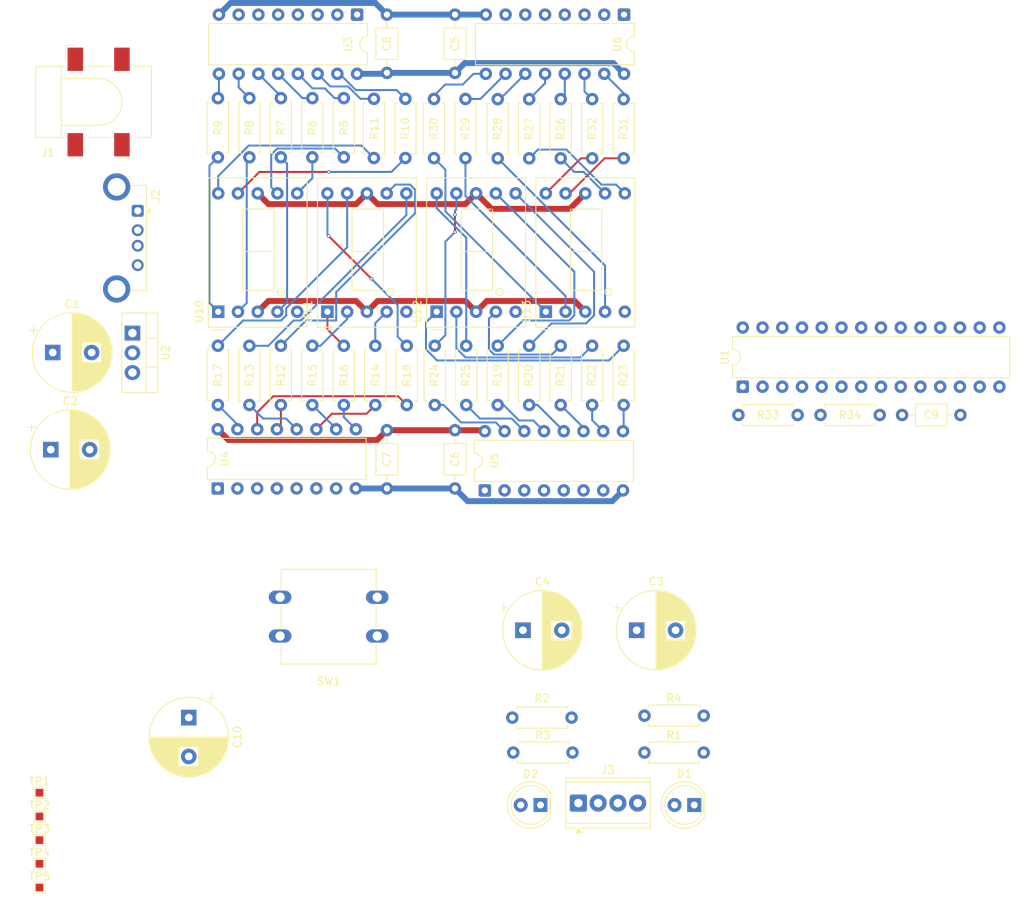
<source format=kicad_pcb>
(kicad_pcb (version 20241229) (generator "pcbnew") (generator_version "9.0")
  (layers (0 "F.Cu" signal) (2 "B.Cu" signal) (13 "F.Paste" user) (15 "B.Paste" user) (5 "F.SilkS" user "F.Silkscreen") (7 "B.SilkS" user "B.Silkscreen") (1 "F.Mask" user) (3 "B.Mask" user) (25 "Edge.Cuts" user))
  (net 0 "")
  (net 1 "GND")
  (net 2 "Net-(U2-VI)")
  (net 3 "VCC")
  (net 4 "Net-(U1-PD2)")
  (net 9 "Net-(U10-A)")
  (net 10 "Net-(U3-a)")
  (net 11 "Net-(U10-B)")
  (net 12 "Net-(U3-b)")
  (net 13 "Net-(U10-C)")
  (net 14 "Net-(U3-c)")
  (net 15 "Net-(U10-D)")
  (net 16 "Net-(U3-d)")
  (net 17 "Net-(U10-E)")
  (net 18 "Net-(U3-e)")
  (net 19 "Net-(U10-F)")
  (net 20 "Net-(U3-f)")
  (net 21 "Net-(U10-G)")
  (net 22 "Net-(U3-g)")
  (net 23 "Net-(U4-a)")
  (net 24 "Net-(U11-A)")
  (net 25 "Net-(U11-B)")
  (net 26 "Net-(U4-b)")
  (net 27 "Net-(U4-c)")
  (net 28 "Net-(U11-C)")
  (net 29 "Net-(U11-D)")
  (net 30 "Net-(U4-d)")
  (net 31 "Net-(U11-E)")
  (net 32 "Net-(U4-e)")
  (net 33 "Net-(U11-F)")
  (net 34 "Net-(U4-f)")
  (net 35 "Net-(U4-g)")
  (net 36 "Net-(U11-G)")
  (net 37 "Net-(U12-A)")
  (net 38 "Net-(U5-a)")
  (net 39 "Net-(U5-b)")
  (net 40 "Net-(U12-B)")
  (net 41 "Net-(U5-c)")
  (net 42 "Net-(U12-C)")
  (net 43 "Net-(U5-d)")
  (net 44 "Net-(U12-D)")
  (net 45 "Net-(U12-E)")
  (net 46 "Net-(U5-e)")
  (net 47 "Net-(U5-f)")
  (net 48 "Net-(U12-F)")
  (net 49 "Net-(U12-G)")
  (net 50 "Net-(U5-g)")
  (net 51 "Net-(U13-A)")
  (net 52 "Net-(U6-a)")
  (net 53 "Net-(U6-b)")
  (net 54 "Net-(U13-B)")
  (net 55 "Net-(U13-C)")
  (net 56 "Net-(U6-c)")
  (net 57 "Net-(U6-d)")
  (net 58 "Net-(U13-D)")
  (net 59 "Net-(U6-e)")
  (net 60 "Net-(U13-E)")
  (net 61 "Net-(U13-F)")
  (net 62 "Net-(U6-f)")
  (net 63 "Net-(U13-G)")
  (net 64 "Net-(U6-g)")
  (net 65 "Net-(U1-~{RESET}{slash}PC6)")
  (net 66 "/BCD_INPUT_C")
  (net 67 "Net-(U1-PC3)")
  (net 69 "/BCD_INPUT_A")
  (net 74 "/BCD_INPUT_D")
  (net 76 "Net-(U1-PC1)")
  (net 77 "Net-(U1-PC4)")
  (net 79 "Net-(U1-PC5)")
  (net 80 "Net-(U1-PC2)")
  (net 82 "/BCD_INPUT_B")
  (net 84 "Net-(U1-PC0)")
  (net 91 "Net-(D1-K)")
  (net 92 "Net-(D2-K)")
  (net 93 "Net-(D1-A)")
  (net 94 "Net-(D2-A)")
  (footprint "Resistor_THT:R_Axial_DIN0207_L6.3mm_D2.5mm_P7.62mm_Horizontal" (layer "F.Cu") (at 159.65 28.13 -90)
    (property "Reference" "R32")
    (property "Value" "91")
  )
  (footprint "Display_7Segment:D1X8K" (layer "F.Cu") (at 125.59 55.5 90)
    (property "Reference" "U11")
    (property "Value" "SC56-11SURKWA")
  )
  (footprint "footprint_library:USB_A_ASSMAN_AW" (layer "F.Cu") (at 101.1825 42.5 -90)
    (property "Reference" "J2")
    (property "Value" "USB_A")
  )
  (footprint "Resistor_THT:R_Axial_DIN0207_L6.3mm_D2.5mm_P7.62mm_Horizontal" (layer "F.Cu") (at 155.6 67.5 90)
    (property "Reference" "R21")
    (property "Value" "91")
  )
  (footprint "Capacitor_THT:C_Axial_L3.8mm_D2.6mm_P7.50mm_Horizontal" (layer "F.Cu") (at 142 17.25 -90)
    (property "Reference" "C5")
    (property "Value" "100nF")
  )
  (footprint "Package_DIP:DIP-16_W7.62mm" (layer "F.Cu") (at 129.41 17.25 -90)
    (property "Reference" "U3")
    (property "Value" "MOS_4511")
  )
  (footprint "Display_7Segment:D1X8K" (layer "F.Cu") (at 153.69 55.5 90)
    (property "Reference" "U13")
    (property "Value" "SC56-11SURKWA")
  )
  (footprint "Display_7Segment:D1X8K" (layer "F.Cu") (at 139.64 55.5 90)
    (property "Reference" "U12")
    (property "Value" "SC56-11SURKWA")
  )
  (footprint "Resistor_THT:R_Axial_DIN0207_L6.3mm_D2.5mm_P7.62mm_Horizontal" (layer "F.Cu") (at 115.55 67.5 90)
    (property "Reference" "R13")
    (property "Value" "91")
  )
  (footprint "Resistor_THT:R_Axial_DIN0207_L6.3mm_D2.5mm_P7.62mm_Horizontal" (layer "F.Cu") (at 163.7 67.5 90)
    (property "Reference" "R23")
    (property "Value" "91")
  )
  (footprint "LED_THT:LED_D5.0mm" (layer "F.Cu") (at 153 119 180)
    (property "Reference" "D2")
    (property "Value" "LED")
  )
  (footprint "Capacitor_THT:C_Axial_L3.8mm_D2.6mm_P7.50mm_Horizontal" (layer "F.Cu") (at 142 70.75 -90)
    (property "Reference" "C6")
    (property "Value" "100nF")
  )
  (footprint "Button_Switch_THT:SW_SPST_Omron_B3F-40xx" (layer "F.Cu") (at 132 97.25 180)
    (property "Reference" "SW1")
    (property "Value" "SW_Push")
  )
  (footprint "Package_TO_SOT_THT:TO-220-3_Vertical" (layer "F.Cu") (at 100.5 58.25 -90)
    (property "Reference" "U2")
    (property "Value" "LM1084-5.0")
  )
  (footprint "Resistor_THT:R_Axial_DIN0207_L6.3mm_D2.5mm_P7.62mm_Horizontal" (layer "F.Cu") (at 143.45 67.5 90)
    (property "Reference" "R25")
    (property "Value" "91")
  )
  (footprint "LED_THT:LED_D5.0mm" (layer "F.Cu") (at 172.79 119 180)
    (property "Reference" "D1")
    (property "Value" "LED")
  )
  (footprint "Resistor_THT:R_Axial_DIN0207_L6.3mm_D2.5mm_P7.62mm_Horizontal" (layer "F.Cu") (at 131.57 28.09 -90)
    (property "Reference" "R11")
    (property "Value" "91")
  )
  (footprint "Package_DIP:DIP-16_W7.62mm" (layer "F.Cu") (at 163.75 17.25 -90)
    (property "Reference" "U6")
    (property "Value" "MOS_4511")
  )
  (footprint "TestPoint:TestPoint_Pad_1.0x1.0mm" (layer "F.Cu") (at 88.54 123.52)
    (property "Reference" "TP3")
    (property "Value" "TestPointI1")
  )
  (footprint "Resistor_THT:R_Axial_DIN0207_L6.3mm_D2.5mm_P7.62mm_Horizontal" (layer "F.Cu") (at 115.55 28 -90)
    (property "Reference" "R8")
    (property "Value" "91")
  )
  (footprint "Capacitor_THT:CP_Radial_D10.0mm_P5.00mm" (layer "F.Cu") (at 107.75 107.75 -90)
    (property "Reference" "C10")
    (property "Value" "10uF")
  )
  (footprint "Resistor_THT:R_Axial_DIN0207_L6.3mm_D2.5mm_P7.62mm_Horizontal" (layer "F.Cu") (at 147.5 67.5 90)
    (property "Reference" "R19")
    (property "Value" "91")
  )
  (footprint "TestPoint:TestPoint_Pad_1.0x1.0mm" (layer "F.Cu") (at 88.54 129.62)
    (property "Reference" "TP5")
    (property "Value" "TestPointRST")
  )
  (footprint "Resistor_THT:R_Axial_DIN0207_L6.3mm_D2.5mm_P7.62mm_Horizontal" (layer "F.Cu") (at 155.6 28.13 -90)
    (property "Reference" "R26")
    (property "Value" "91")
  )
  (footprint "Resistor_THT:R_Axial_DIN0207_L6.3mm_D2.5mm_P7.62mm_Horizontal" (layer "F.Cu") (at 151.55 28.13 -90)
    (property "Reference" "R27")
    (property "Value" "91")
  )
  (footprint "Resistor_THT:R_Axial_DIN0207_L6.3mm_D2.5mm_P7.62mm_Horizontal" (layer "F.Cu") (at 189.03 68.79)
    (property "Reference" "R34")
    (property "Value" "10k")
  )
  (footprint "Resistor_THT:R_Axial_DIN0207_L6.3mm_D2.5mm_P7.62mm_Horizontal" (layer "F.Cu") (at 127.7 28 -90)
    (property "Reference" "R5")
    (property "Value" "91")
  )
  (footprint "TestPoint:TestPoint_Pad_1.0x1.0mm" (layer "F.Cu") (at 88.54 117.42)
    (property "Reference" "TP1")
    (property "Value" "TestPointVCC")
  )
  (footprint "Resistor_THT:R_Axial_DIN0207_L6.3mm_D2.5mm_P7.62mm_Horizontal" (layer "F.Cu") (at 139.4 67.5 90)
    (property "Reference" "R24")
    (property "Value" "91")
  )
  (footprint "Resistor_THT:R_Axial_DIN0207_L6.3mm_D2.5mm_P7.62mm_Horizontal" (layer "F.Cu") (at 147.5 28.13 -90)
    (property "Reference" "R28")
    (property "Value" "91")
  )
  (footprint "TerminalBlock_Phoenix:TerminalBlock_Phoenix_MPT-0,5-4-2.54_1x04_P2.54mm_Horizontal" (layer "F.Cu") (at 157.88 118.75)
    (property "Reference" "J3")
    (property "Value" "Screw_Terminal_01x04")
  )
  (footprint "Capacitor_THT:C_Axial_L3.8mm_D2.6mm_P7.50mm_Horizontal" (layer "F.Cu") (at 133.25 24.75 90)
    (property "Reference" "C8")
    (property "Value" "100nF")
  )
  (footprint "Resistor_THT:R_Axial_DIN0207_L6.3mm_D2.5mm_P7.62mm_Horizontal" (layer "F.Cu") (at 135.62 28.09 -90)
    (property "Reference" "R10")
    (property "Value" "91")
  )
  (footprint "Resistor_THT:R_Axial_DIN0207_L6.3mm_D2.5mm_P7.62mm_Horizontal" (layer "F.Cu") (at 135.8 67.5 90)
    (property "Reference" "R18")
    (property "Value" "91")
  )
  (footprint "Resistor_THT:R_Axial_DIN0207_L6.3mm_D2.5mm_P7.62mm_Horizontal" (layer "F.Cu") (at 163.7 28.13 -90)
    (property "Reference" "R31")
    (property "Value" "91")
  )
  (footprint "Resistor_THT:R_Axial_DIN0207_L6.3mm_D2.5mm_P7.62mm_Horizontal" (layer "F.Cu") (at 123.65 28 -90)
    (property "Reference" "R6")
    (property "Value" "91")
  )
  (footprint "Capacitor_THT:C_Axial_L3.8mm_D2.6mm_P7.50mm_Horizontal" (layer "F.Cu") (at 133.25 70.75 -90)
    (property "Reference" "C7")
    (property "Value" "100nF")
  )
  (footprint "Package_DIP:DIP-16_W7.62mm" (layer "F.Cu") (at 111.47 78.25 90)
    (property "Reference" "U4")
    (property "Value" "MOS_4511")
  )
  (footprint "Resistor_THT:R_Axial_DIN0207_L6.3mm_D2.5mm_P7.62mm_Horizontal" (layer "F.Cu") (at 157 107.75 180)
    (property "Reference" "R2")
    (property "Value" "10k")
  )
  (footprint "Capacitor_THT:CP_Radial_D10.0mm_P5.00mm" (layer "F.Cu") (at 150.75 96.5)
    (property "Reference" "C4")
    (property "Value" "10uF")
  )
  (footprint "Resistor_THT:R_Axial_DIN0207_L6.3mm_D2.5mm_P7.62mm_Horizontal" (layer "F.Cu") (at 131.75 67.5 90)
    (property "Reference" "R14")
    (property "Value" "91")
  )
  (footprint "Capacitor_THT:CP_Radial_D10.0mm_P5.00mm" (layer "F.Cu") (at 90 73.25)
    (property "Reference" "C2")
    (property "Value" "10uF")
  )
  (footprint "Capacitor_THT:CP_Radial_D10.0mm_P5.00mm" (layer "F.Cu") (at 165.382323 96.5)
    (property "Reference" "C3")
    (property "Value" "10uF")
  )
  (footprint "Resistor_THT:R_Axial_DIN0207_L6.3mm_D2.5mm_P7.62mm_Horizontal" (layer "F.Cu") (at 159.65 67.5 90)
    (property "Reference" "R22")
    (property "Value" "91")
  )
  (footprint "Resistor_THT:R_Axial_DIN0207_L6.3mm_D2.5mm_P7.62mm_Horizontal" (layer "F.Cu") (at 119.6 28 -90)
    (property "Reference" "R7")
    (property "Value" "91")
  )
  (footprint "Capacitor_THT:CP_Radial_D10.0mm_P5.00mm" (layer "F.Cu") (at 90.25 60.75)
    (property "Reference" "C1")
    (property "Value" "10uF")
  )
  (footprint "TestPoint:TestPoint_Pad_1.0x1.0mm" (layer "F.Cu") (at 88.54 120.47)
    (property "Reference" "TP2")
    (property "Value" "TestPointI0")
  )
  (footprint "Resistor_THT:R_Axial_DIN0207_L6.3mm_D2.5mm_P7.62mm_Horizontal" (layer "F.Cu") (at 123.65 67.5 90)
    (property "Reference" "R15")
    (property "Value" "91")
  )
  (footprint "Resistor_THT:R_Axial_DIN0207_L6.3mm_D2.5mm_P7.62mm_Horizontal" (layer "F.Cu") (at 151.55 67.5 90)
    (property "Reference" "R20")
    (property "Value" "91")
  )
  (footprint "Resistor_THT:R_Axial_DIN0207_L6.3mm_D2.5mm_P7.62mm_Horizontal" (layer "F.Cu") (at 178.47 68.79)
    (property "Reference" "R33")
    (property "Value" "10k")
  )
  (footprint "TestPoint:TestPoint_Pad_1.0x1.0mm" (layer "F.Cu") (at 88.54 126.57)
    (property "Reference" "TP4")
    (property "Value" "TestPointGND")
  )
  (footprint "Resistor_THT:R_Axial_DIN0207_L6.3mm_D2.5mm_P7.62mm_Horizontal" (layer "F.Cu") (at 139.3 28.11 -90)
    (property "Reference" "R30")
    (property "Value" "91")
  )
  (footprint "Package_DIP:DIP-16_W7.62mm" (layer "F.Cu") (at 145.84 78.5 90)
    (property "Reference" "U5")
    (property "Value" "MOS_4511")
  )
  (footprint "Display_7Segment:D1X8K" (layer "F.Cu") (at 111.54 55.5 90)
    (property "Reference" "U10")
    (property "Value" "SC56-11SURKWA")
  )
  (footprint "Resistor_THT:R_Axial_DIN0207_L6.3mm_D2.5mm_P7.62mm_Horizontal" (layer "F.Cu") (at 157.12 112.25 180)
    (property "Reference" "R3")
    (property "Value" "220")
  )
  (footprint "Package_DIP:DIP-28_W7.62mm" (layer "F.Cu") (at 179.03 65.15 90)
    (property "Reference" "U1")
    (property "Value" "ATmega168-20P")
  )
  (footprint "Resistor_THT:R_Axial_DIN0207_L6.3mm_D2.5mm_P7.62mm_Horizontal" (layer "F.Cu") (at 111.5 67.5 90)
    (property "Reference" "R17")
    (property "Value" "91")
  )
  (footprint "Capacitor_THT:C_Axial_L3.8mm_D2.6mm_P7.50mm_Horizontal" (layer "F.Cu") (at 199.53 68.79)
    (property "Reference" "C9")
    (property "Value" "100nF")
  )
  (footprint "footprint_library:BarrelJack_CLIFF_FC68148S_SMT_Horizontal" (layer "F.Cu") (at 96.15 28.5)
    (property "Reference" "J1")
    (property "Value" "Barrel_Jack")
  )
  (footprint "Resistor_THT:R_Axial_DIN0207_L6.3mm_D2.5mm_P7.62mm_Horizontal" (layer "F.Cu") (at 174 107.5 180)
    (property "Reference" "R4")
    (property "Value" "10k")
  )
  (footprint "Resistor_THT:R_Axial_DIN0207_L6.3mm_D2.5mm_P7.62mm_Horizontal" (layer "F.Cu") (at 143.35 28.11 -90)
    (property "Reference" "R29")
    (property "Value" "91")
  )
  (footprint "Resistor_THT:R_Axial_DIN0207_L6.3mm_D2.5mm_P7.62mm_Horizontal" (layer "F.Cu") (at 119.6 67.5 90)
    (property "Reference" "R12")
    (property "Value" "91")
  )
  (footprint "Resistor_THT:R_Axial_DIN0207_L6.3mm_D2.5mm_P7.62mm_Horizontal" (layer "F.Cu") (at 174 112.25 180)
    (property "Reference" "R1")
    (property "Value" "220")
  )
  (footprint "Resistor_THT:R_Axial_DIN0207_L6.3mm_D2.5mm_P7.62mm_Horizontal" (layer "F.Cu") (at 127.7 67.5 90)
    (property "Reference" "R16")
    (property "Value" "91")
  )
  (footprint "Resistor_THT:R_Axial_DIN0207_L6.3mm_D2.5mm_P7.62mm_Horizontal" (layer "F.Cu") (at 111.5 28 -90)
    (property "Reference" "R9")
    (property "Value" "91")
  )
  (segment (start 146.102 54.118) (end 144.72 55.5) (width 0.762) (layer "F.Cu") (net 1))
  (segment (start 144.72 55.5) (end 143.338 54.118) (width 0.762) (layer "F.Cu") (net 1))
  (segment (start 157.388 54.118) (end 146.102 54.118) (width 0.762) (layer "F.Cu") (net 1))
  (segment (start 144.72 40.26) (end 146.71 42.25) (width 0.762) (layer "F.Cu") (net 1))
  (segment (start 129.288 54.118) (end 118.002 54.118) (width 0.762) (layer "F.Cu") (net 1))
  (segment (start 143.338 41.642) (end 144.72 40.26) (width 0.762) (layer "F.Cu") (net 1))
  (segment (start 116.62 40.26) (end 118.002 41.642) (width 0.762) (layer "F.Cu") (net 1))
  (segment (start 156.78 42.25) (end 158.77 40.26) (width 0.762) (layer "F.Cu") (net 1))
  (segment (start 130.67 40.26) (end 132.052 41.642) (width 0.762) (layer "F.Cu") (net 1))
  (segment (start 158.77 55.5) (end 157.388 54.118) (width 0.762) (layer "F.Cu") (net 1))
  (segment (start 118.002 41.642) (end 129.288 41.642) (width 0.762) (layer "F.Cu") (net 1))
  (segment (start 129.288 41.642) (end 130.67 40.26) (width 0.762) (layer "F.Cu") (net 1))
  (segment (start 118.002 54.118) (end 116.62 55.5) (width 0.762) (layer "F.Cu") (net 1))
  (segment (start 146.71 42.25) (end 156.78 42.25) (width 0.762) (layer "F.Cu") (net 1))
  (segment (start 130.67 55.5) (end 129.288 54.118) (width 0.762) (layer "F.Cu") (net 1))
  (segment (start 132.052 41.642) (end 143.338 41.642) (width 0.762) (layer "F.Cu") (net 1))
  (segment (start 143.338 54.118) (end 132.052 54.118) (width 0.762) (layer "F.Cu") (net 1))
  (segment (start 132.052 54.118) (end 130.67 55.5) (width 0.762) (layer "F.Cu") (net 1))
  (segment (start 162.238 79.882) (end 163.62 78.5) (width 0.762) (layer "B.Cu") (net 1))
  (segment (start 133.25 78.25) (end 129.25 78.25) (width 0.762) (layer "B.Cu") (net 1))
  (segment (start 142 17.25) (end 133.25 17.25) (width 0.762) (layer "B.Cu") (net 1))
  (segment (start 143.632 79.882) (end 162.238 79.882) (width 0.762) (layer "B.Cu") (net 1))
  (segment (start 131.75 15.75) (end 113.13 15.75) (width 0.762) (layer "B.Cu") (net 1))
  (segment (start 113.13 15.75) (end 111.63 17.25) (width 0.762) (layer "B.Cu") (net 1))
  (segment (start 142 78.25) (end 143.632 79.882) (width 0.762) (layer "B.Cu") (net 1))
  (segment (start 142 78.25) (end 133.25 78.25) (width 0.762) (layer "B.Cu") (net 1))
  (segment (start 142 17.25) (end 145.97 17.25) (width 0.762) (layer "B.Cu") (net 1))
  (segment (start 133.25 17.25) (end 131.75 15.75) (width 0.762) (layer "B.Cu") (net 1))
  (segment (start 145.71 70.75) (end 145.84 70.88) (width 0.762) (layer "F.Cu") (net 3))
  (segment (start 142 70.75) (end 145.71 70.75) (width 0.762) (layer "F.Cu") (net 3))
  (segment (start 133.25 70.75) (end 131.988 72.012) (width 0.762) (layer "F.Cu") (net 3))
  (segment (start 112.852 72.012) (end 111.47 70.63) (width 0.762) (layer "F.Cu") (net 3))
  (segment (start 131.988 72.012) (end 112.852 72.012) (width 0.762) (layer "F.Cu") (net 3))
  (segment (start 133.25 70.75) (end 142 70.75) (width 0.762) (layer "F.Cu") (net 3))
  (segment (start 162.368 23.488) (end 143.262 23.488) (width 0.762) (layer "B.Cu") (net 3))
  (segment (start 143.262 23.488) (end 142 24.75) (width 0.762) (layer "B.Cu") (net 3))
  (segment (start 129.41 24.87) (end 133.13 24.87) (width 0.762) (layer "B.Cu") (net 3))
  (segment (start 163.75 24.87) (end 162.368 23.488) (width 0.762) (layer "B.Cu") (net 3))
  (segment (start 133.13 24.87) (end 133.25 24.75) (width 0.762) (layer "B.Cu") (net 3))
  (segment (start 133.25 24.75) (end 142 24.75) (width 0.762) (layer "B.Cu") (net 3))
  (segment (start 118.360001 39.460001) (end 119.16 40.26) (width 0.254) (layer "B.Cu") (net 9))
  (segment (start 119.132767 34.492) (end 118.360001 35.264766) (width 0.254) (layer "B.Cu") (net 9))
  (segment (start 126.572 34.492) (end 119.132767 34.492) (width 0.254) (layer "B.Cu") (net 9))
  (segment (start 127.7 35.62) (end 126.572 34.492) (width 0.254) (layer "B.Cu") (net 9))
  (segment (start 118.360001 35.264766) (end 118.360001 39.460001) (width 0.254) (layer "B.Cu") (net 9))
  (segment (start 121.79 24.87) (end 123.67 26.75) (width 0.254) (layer "B.Cu") (net 10))
  (segment (start 125.25 26.75) (end 126.5 28) (width 0.254) (layer "B.Cu") (net 10))
  (segment (start 126.5 28) (end 127.7 28) (width 0.254) (layer "B.Cu") (net 10))
  (segment (start 123.67 26.75) (end 125.25 26.75) (width 0.254) (layer "B.Cu") (net 10))
  (segment (start 123.65 35.62) (end 123.65 38.31) (width 0.254) (layer "B.Cu") (net 11))
  (segment (start 123.65 38.31) (end 121.7 40.26) (width 0.254) (layer "B.Cu") (net 11))
  (segment (start 122.38 28) (end 123.65 28) (width 0.254) (layer "B.Cu") (net 12))
  (segment (start 119.25 24.87) (end 122.38 28) (width 0.254) (layer "B.Cu") (net 12))
  (segment (start 119.6 35.62) (end 120.399999 36.419999) (width 0.254) (layer "B.Cu") (net 13))
  (segment (start 120.399999 36.419999) (end 120.399999 54.260001) (width 0.254) (layer "B.Cu") (net 13))
  (segment (start 120.399999 54.260001) (end 119.16 55.5) (width 0.254) (layer "B.Cu") (net 13))
  (segment (start 119.6 27.76) (end 119.6 28) (width 0.2) (layer "F.Cu") (net 14))
  (segment (start 116.71 24.87) (end 119.6 27.76) (width 0.254) (layer "B.Cu") (net 14))
  (segment (start 119.6 27.76) (end 119.6 28) (width 0.254) (layer "B.Cu") (net 14))
  (segment (start 115.208 35.962) (end 115.208 54.372) (width 0.254) (layer "B.Cu") (net 15))
  (segment (start 115.55 35.62) (end 115.208 35.962) (width 0.254) (layer "B.Cu") (net 15))
  (segment (start 115.208 54.372) (end 114.08 55.5) (width 0.254) (layer "B.Cu") (net 15))
  (segment (start 114.17 26.62) (end 115.55 28) (width 0.254) (layer "B.Cu") (net 16))
  (segment (start 114.17 24.87) (end 114.17 26.62) (width 0.254) (layer "B.Cu") (net 16))
  (segment (start 110.412 54.372) (end 111.54 55.5) (width 0.254) (layer "B.Cu") (net 17))
  (segment (start 111.5 35.62) (end 110.412 36.708) (width 0.254) (layer "B.Cu") (net 17))
  (segment (start 110.412 36.708) (end 110.412 54.372) (width 0.254) (layer "B.Cu") (net 17))
  (segment (start 111.63 27.87) (end 111.5 28) (width 0.2) (layer "F.Cu") (net 18))
  (segment (start 111.63 27.87) (end 111.5 28) (width 0.254) (layer "B.Cu") (net 18))
  (segment (start 111.63 24.87) (end 111.63 27.87) (width 0.254) (layer "B.Cu") (net 18))
  (segment (start 125.75 37.5) (end 116.84 37.5) (width 0.254) (layer "F.Cu") (net 19))
  (segment (start 116.84 37.5) (end 114.08 40.26) (width 0.254) (layer "F.Cu") (net 19))
  (via (at 125.75 37.5) (size 0.4572) (drill 0.254) (layers "F.Cu" "B.Cu") (net 19))
  (segment (start 135.62 35.71) (end 133.83 37.5) (width 0.254) (layer "B.Cu") (net 19))
  (segment (start 133.83 37.5) (end 125.75 37.5) (width 0.254) (layer "B.Cu") (net 19))
  (segment (start 126.87 24.87) (end 127.16023 24.87) (width 0.254) (layer "B.Cu") (net 20))
  (segment (start 127.16023 24.87) (end 129.25223 26.962) (width 0.254) (layer "B.Cu") (net 20))
  (segment (start 129.25223 26.962) (end 134.492 26.962) (width 0.254) (layer "B.Cu") (net 20))
  (segment (start 134.492 26.962) (end 135.62 28.09) (width 0.254) (layer "B.Cu") (net 20))
  (segment (start 115.464767 34.11) (end 111.54 38.034767) (width 0.254) (layer "B.Cu") (net 21))
  (segment (start 111.54 38.034767) (end 111.54 40.26) (width 0.254) (layer "B.Cu") (net 21))
  (segment (start 131.57 35.71) (end 129.97 34.11) (width 0.254) (layer "B.Cu") (net 21))
  (segment (start 129.97 34.11) (end 115.464767 34.11) (width 0.254) (layer "B.Cu") (net 21))
  (segment (start 129.84 28.09) (end 131.57 28.09) (width 0.254) (layer "B.Cu") (net 22))
  (segment (start 124.33 24.87) (end 125.96 26.5) (width 0.254) (layer "B.Cu") (net 22))
  (segment (start 128.25 26.5) (end 129.84 28.09) (width 0.254) (layer "B.Cu") (net 22))
  (segment (start 125.96 26.5) (end 128.25 26.5) (width 0.254) (layer "B.Cu") (net 22))
  (segment (start 119.6 70.12) (end 119.09 70.63) (width 0.254) (layer "F.Cu") (net 23))
  (segment (start 119.6 67.5) (end 119.6 70.12) (width 0.254) (layer "F.Cu") (net 23))
  (segment (start 122.852 56.628) (end 126.718 56.628) (width 0.254) (layer "B.Cu") (net 24))
  (segment (start 136.217233 39.132) (end 134.338 39.132) (width 0.254) (layer "B.Cu") (net 24))
  (segment (start 136.878 42.808) (end 136.878 39.792767) (width 0.254) (layer "B.Cu") (net 24))
  (segment (start 126.718 52.968) (end 136.878 42.808) (width 0.254) (layer "B.Cu") (net 24))
  (segment (start 136.878 39.792767) (end 136.217233 39.132) (width 0.254) (layer "B.Cu") (net 24))
  (segment (start 134.338 39.132) (end 133.21 40.26) (width 0.254) (layer "B.Cu") (net 24))
  (segment (start 126.718 56.628) (end 126.718 52.968) (width 0.254) (layer "B.Cu") (net 24))
  (segment (start 119.6 59.88) (end 122.852 56.628) (width 0.254) (layer "B.Cu") (net 24))
  (segment (start 115.55 59.88) (end 117.980767 59.88) (width 0.254) (layer "B.Cu") (net 25))
  (segment (start 117.980767 59.88) (end 121.232767 56.628) (width 0.254) (layer "B.Cu") (net 25))
  (segment (start 122.167233 56.628) (end 135.75 43.045233) (width 0.254) (layer "B.Cu") (net 25))
  (segment (start 135.75 43.045233) (end 135.75 40.26) (width 0.254) (layer "B.Cu") (net 25))
  (segment (start 121.232767 56.628) (end 122.167233 56.628) (width 0.254) (layer "B.Cu") (net 25))
  (segment (start 115.55 67.5) (end 117.3 69.25) (width 0.254) (layer "B.Cu") (net 26))
  (segment (start 120.25 69.25) (end 121.63 70.63) (width 0.254) (layer "B.Cu") (net 26))
  (segment (start 117.3 69.25) (end 120.25 69.25) (width 0.254) (layer "B.Cu") (net 26))
  (segment (start 130.622 68.628) (end 126.172 68.628) (width 0.254) (layer "F.Cu") (net 27))
  (segment (start 131.75 67.5) (end 130.622 68.628) (width 0.254) (layer "F.Cu") (net 27))
  (segment (start 126.172 68.628) (end 124.17 70.63) (width 0.254) (layer "F.Cu") (net 27))
  (segment (start 131.75 56.96) (end 133.21 55.5) (width 0.254) (layer "B.Cu") (net 28))
  (segment (start 131.75 59.88) (end 131.75 56.96) (width 0.254) (layer "B.Cu") (net 28))
  (segment (start 123.65 59.88) (end 124.694767 59.88) (width 0.254) (layer "B.Cu") (net 29))
  (segment (start 128.13 56.444767) (end 128.13 55.5) (width 0.254) (layer "B.Cu") (net 29))
  (segment (start 124.694767 59.88) (end 128.13 56.444767) (width 0.254) (layer "B.Cu") (net 29))
  (segment (start 123.65 67.5) (end 126.71 70.56) (width 0.254) (layer "B.Cu") (net 30))
  (segment (start 126.71 70.56) (end 126.71 70.63) (width 0.254) (layer "B.Cu") (net 30))
  (segment (start 125.59 55.5) (end 125.59 57.77) (width 0.254) (layer "F.Cu") (net 31))
  (segment (start 125.59 57.77) (end 127.7 59.88) (width 0.254) (layer "F.Cu") (net 31))
  (segment (start 127.7 69.08) (end 129.25 70.63) (width 0.254) (layer "B.Cu") (net 32))
  (segment (start 127.7 67.5) (end 127.7 69.08) (width 0.254) (layer "B.Cu") (net 32))
  (segment (start 114.752 56.628) (end 119.627233 56.628) (width 0.254) (layer "B.Cu") (net 33))
  (segment (start 120.288 55.032767) (end 128.13 47.190767) (width 0.254) (layer "B.Cu") (net 33))
  (segment (start 128.13 47.190767) (end 128.13 40.26) (width 0.254) (layer "B.Cu") (net 33))
  (segment (start 111.5 59.88) (end 114.752 56.628) (width 0.254) (layer "B.Cu") (net 33))
  (segment (start 120.288 55.967233) (end 120.288 55.032767) (width 0.254) (layer "B.Cu") (net 33))
  (segment (start 119.627233 56.628) (end 120.288 55.967233) (width 0.254) (layer "B.Cu") (net 33))
  (segment (start 114.01 70.01) (end 114.01 70.63) (width 0.254) (layer "B.Cu") (net 34))
  (segment (start 111.5 67.5) (end 114.01 70.01) (width 0.254) (layer "B.Cu") (net 34))
  (segment (start 118.628 66.372) (end 116.55 68.45) (width 0.254) (layer "F.Cu") (net 35))
  (segment (start 116.55 68.45) (end 116.55 70.63) (width 0.254) (layer "F.Cu") (net 35))
  (segment (start 135.8 67.5) (end 134.672 66.372) (width 0.254) (layer "F.Cu") (net 35))
  (segment (start 134.672 66.372) (end 118.628 66.372) (width 0.254) (layer "F.Cu") (net 35))
  (segment (start 131.25 51.25) (end 125.75 45.75) (width 0.254) (layer "F.Cu") (net 36))
  (via (at 131.25 51.25) (size 0.4572) (drill 0.254) (layers "F.Cu" "B.Cu") (net 36))
  (via (at 125.75 45.75) (size 0.4572) (drill 0.254) (layers "F.Cu" "B.Cu") (net 36))
  (segment (start 125.59 45.59) (end 125.59 40.26) (width 0.254) (layer "B.Cu") (net 36))
  (segment (start 134.622 58.702) (end 134.622 54.622) (width 0.254) (layer "B.Cu") (net 36))
  (segment (start 125.75 45.75) (end 125.59 45.59) (width 0.254) (layer "B.Cu") (net 36))
  (segment (start 135.8 59.88) (end 134.622 58.702) (width 0.254) (layer "B.Cu") (net 36))
  (segment (start 134.622 54.622) (end 131.25 51.25) (width 0.254) (layer "B.Cu") (net 36))
  (segment (start 147.5 59.88) (end 150.752 56.628) (width 0.254) (layer "B.Cu") (net 37))
  (segment (start 150.752 56.628) (end 156.697233 56.628) (width 0.254) (layer "B.Cu") (net 37))
  (segment (start 157.358 55.967233) (end 157.358 50.358) (width 0.254) (layer "B.Cu") (net 37))
  (segment (start 157.358 50.358) (end 147.26 40.26) (width 0.254) (layer "B.Cu") (net 37))
  (segment (start 156.697233 56.628) (end 157.358 55.967233) (width 0.254) (layer "B.Cu") (net 37))
  (segment (start 147.5 67.5) (end 148.25 67.5) (width 0.254) (layer "B.Cu") (net 38))
  (segment (start 150.25 69.5) (end 152.08 69.5) (width 0.254) (layer "B.Cu") (net 38))
  (segment (start 152.08 69.5) (end 153.46 70.88) (width 0.254) (layer "B.Cu") (net 38))
  (segment (start 148.25 67.5) (end 150.25 69.5) (width 0.254) (layer "B.Cu") (net 38))
  (segment (start 152.62 67.5) (end 156 70.88) (width 0.254) (layer "B.Cu") (net 39))
  (segment (start 151.55 67.5) (end 152.62 67.5) (width 0.254) (layer "B.Cu") (net 39))
  (segment (start 151.55 59.88) (end 154.42 57.01) (width 0.254) (layer "B.Cu") (net 40))
  (segment (start 154.42 57.01) (end 158.855233 57.01) (width 0.254) (layer "B.Cu") (net 40))
  (segment (start 159.898 55.967233) (end 159.898 50.358) (width 0.254) (layer "B.Cu") (net 40))
  (segment (start 158.855233 57.01) (end 159.898 55.967233) (width 0.254) (layer "B.Cu") (net 40))
  (segment (start 159.898 50.358) (end 149.8 40.26) (width 0.254) (layer "B.Cu") (net 40))
  (segment (start 158.54 70.44) (end 158.54 70.88) (width 0.254) (layer "B.Cu") (net 41))
  (segment (start 155.6 67.5) (end 158.54 70.44) (width 0.254) (layer "B.Cu") (net 41))
  (segment (start 155.6 59.88) (end 154.472 61.008) (width 0.254) (layer "B.Cu") (net 42))
  (segment (start 147.032767 61.008) (end 146.372 60.347233) (width 0.254) (layer "B.Cu") (net 42))
  (segment (start 146.372 56.388) (end 147.26 55.5) (width 0.254) (layer "B.Cu") (net 42))
  (segment (start 146.372 60.347233) (end 146.372 56.388) (width 0.254) (layer "B.Cu") (net 42))
  (segment (start 154.472 61.008) (end 147.032767 61.008) (width 0.254) (layer "B.Cu") (net 42))
  (segment (start 159.65 67.5) (end 159.65 69.45) (width 0.254) (layer "B.Cu") (net 43))
  (segment (start 159.65 69.45) (end 161.08 70.88) (width 0.254) (layer "B.Cu") (net 43))
  (segment (start 158.14 61.39) (end 143.364767 61.39) (width 0.254) (layer "B.Cu") (net 44))
  (segment (start 142.18 60.205233) (end 142.18 55.5) (width 0.254) (layer "B.Cu") (net 44))
  (segment (start 159.65 59.88) (end 158.14 61.39) (width 0.254) (layer "B.Cu") (net 44))
  (segment (start 143.364767 61.39) (end 142.18 60.205233) (width 0.254) (layer "B.Cu") (net 44))
  (segment (start 139.696767 61.772) (end 138.272 60.347233) (width 0.254) (layer "B.Cu") (net 45))
  (segment (start 163.7 59.88) (end 161.808 61.772) (width 0.254) (layer "B.Cu") (net 45))
  (segment (start 138.272 56.868) (end 139.64 55.5) (width 0.254) (layer "B.Cu") (net 45))
  (segment (start 138.272 60.347233) (end 138.272 56.868) (width 0.254) (layer "B.Cu") (net 45))
  (segment (start 161.808 61.772) (end 139.696767 61.772) (width 0.254) (layer "B.Cu") (net 45))
  (segment (start 163.7 67.5) (end 163.7 70.8) (width 0.254) (layer "B.Cu") (net 46))
  (segment (start 163.7 70.8) (end 163.62 70.88) (width 0.254) (layer "B.Cu") (net 46))
  (segment (start 147.252 69.752) (end 148.38 70.88) (width 0.254) (layer "B.Cu") (net 47))
  (segment (start 142.78337 69.752) (end 147.252 69.752) (width 0.254) (layer "B.Cu") (net 47))
  (segment (start 139.4 67.5) (end 140.53137 67.5) (width 0.254) (layer "B.Cu") (net 47))
  (segment (start 140.53137 67.5) (end 142.78337 69.752) (width 0.254) (layer "B.Cu") (net 47))
  (segment (start 142 45.25) (end 142 43) (width 0.254) (layer "F.Cu") (net 48))
  (via (at 142 45.25) (size 0.4572) (drill 0.254) (layers "F.Cu" "B.Cu") (net 48))
  (via (at 142 43) (size 0.4572) (drill 0.254) (layers "F.Cu" "B.Cu") (net 48))
  (segment (start 140.768 58.512) (end 140.768 46.482) (width 0.254) (layer "B.Cu") (net 48))
  (segment (start 142 43) (end 142 42.5) (width 0.254) (layer "B.Cu") (net 48))
  (segment (start 139.4 59.88) (end 140.768 58.512) (width 0.254) (layer "B.Cu") (net 48))
  (segment (start 142 42.5) (end 142.18 42.32) (width 0.254) (layer "B.Cu") (net 48))
  (segment (start 142.18 42.32) (end 142.18 40.26) (width 0.254) (layer "B.Cu") (net 48))
  (segment (start 140.768 46.482) (end 142 45.25) (width 0.254) (layer "B.Cu") (net 48))
  (segment (start 143.45 59.88) (end 143.45 45.980165) (width 0.254) (layer "B.Cu") (net 49))
  (segment (start 143.45 45.980165) (end 139.64 42.170165) (width 0.254) (layer "B.Cu") (net 49))
  (segment (start 139.64 42.170165) (end 139.64 40.26) (width 0.254) (layer "B.Cu") (net 49))
  (segment (start 149.29 69.25) (end 150.92 70.88) (width 0.254) (layer "B.Cu") (net 50))
  (segment (start 145.2 69.25) (end 149.29 69.25) (width 0.254) (layer "B.Cu") (net 50))
  (segment (start 143.45 67.5) (end 145.2 69.25) (width 0.254) (layer "B.Cu") (net 50))
  (segment (start 158.55 37.5) (end 161.31 40.26) (width 0.254) (layer "B.Cu") (net 51))
  (segment (start 155.6 35.75) (end 157.35 37.5) (width 0.254) (layer "B.Cu") (net 51))
  (segment (start 157.35 37.5) (end 158.55 37.5) (width 0.254) (layer "B.Cu") (net 51))
  (segment (start 156.13 27.6) (end 155.6 28.13) (width 0.254) (layer "B.Cu") (net 52))
  (segment (start 156.13 24.87) (end 156.13 27.6) (width 0.254) (layer "B.Cu") (net 52))
  (segment (start 153.59 24.87) (end 153.59 26.09) (width 0.254) (layer "B.Cu") (net 53))
  (segment (start 153.59 26.09) (end 151.55 28.13) (width 0.254) (layer "B.Cu") (net 53))
  (segment (start 151.55 35.75) (end 152.678 34.622) (width 0.254) (layer "B.Cu") (net 54))
  (segment (start 152.678 34.622) (end 156.332767 34.622) (width 0.254) (layer "B.Cu") (net 54))
  (segment (start 156.332767 34.622) (end 160.842767 39.132) (width 0.254) (layer "B.Cu") (net 54))
  (segment (start 162.722 39.132) (end 163.85 40.26) (width 0.254) (layer "B.Cu") (net 54))
  (segment (start 160.842767 39.132) (end 162.722 39.132) (width 0.254) (layer "B.Cu") (net 54))
  (segment (start 161.31 49.56) (end 161.31 55.5) (width 0.254) (layer "B.Cu") (net 55))
  (segment (start 147.5 35.75) (end 161.31 49.56) (width 0.254) (layer "B.Cu") (net 55))
  (segment (start 151.05 24.87) (end 147.79 28.13) (width 0.254) (layer "B.Cu") (net 56))
  (segment (start 147.79 28.13) (end 147.5 28.13) (width 0.254) (layer "B.Cu") (net 56))
  (segment (start 145.27 28.11) (end 143.35 28.11) (width 0.254) (layer "B.Cu") (net 57))
  (segment (start 148.51 24.87) (end 145.27 28.11) (width 0.254) (layer "B.Cu") (net 57))
  (segment (start 156.23 53.48) (end 156.23 55.5) (width 0.254) (layer "B.Cu") (net 58))
  (segment (start 143.35 40.6) (end 156.23 53.48) (width 0.254) (layer "B.Cu") (net 58))
  (segment (start 143.35 35.73) (end 143.35 40.6) (width 0.254) (layer "B.Cu") (net 58))
  (segment (start 144.38 24.87) (end 143 26.25) (width 0.254) (layer "B.Cu") (net 59))
  (segment (start 143 26.25) (end 140.75 26.25) (width 0.254) (layer "B.Cu") (net 59))
  (segment (start 139.3 27.7) (end 139.3 28.11) (width 0.254) (layer "B.Cu") (net 59))
  (segment (start 140.75 26.25) (end 139.3 27.7) (width 0.254) (layer "B.Cu") (net 59))
  (segment (start 145.97 24.87) (end 144.38 24.87) (width 0.254) (layer "B.Cu") (net 59))
  (segment (start 140.768 42.578) (end 153.69 55.5) (width 0.254) (layer "B.Cu") (net 60))
  (segment (start 140.768 37.198) (end 140.768 42.578) (width 0.254) (layer "B.Cu") (net 60))
  (segment (start 139.3 35.73) (end 140.768 37.198) (width 0.254) (layer "B.Cu") (net 60))
  (segment (start 156.74 40.26) (end 156.23 40.26) (width 0.254) (layer "F.Cu") (net 61))
  (segment (start 163.7 35.75) (end 161.25 35.75) (width 0.254) (layer "F.Cu") (net 61))
  (segment (start 161.25 35.75) (end 156.74 40.26) (width 0.254) (layer "F.Cu") (net 61))
  (segment (start 163.7 27.36) (end 163.7 28.13) (width 0.254) (layer "B.Cu") (net 62))
  (segment (start 161.21 24.87) (end 163.7 27.36) (width 0.254) (layer "B.Cu") (net 62))
  (segment (start 159.65 35.75) (end 158.2 35.75) (width 0.254) (layer "F.Cu") (net 63))
  (segment (start 158.2 35.75) (end 153.69 40.26) (width 0.254) (layer "F.Cu") (net 63))
  (segment (start 158.67 27.15) (end 159.65 28.13) (width 0.254) (layer "B.Cu") (net 64))
  (segment (start 158.67 24.87) (end 158.67 27.15) (width 0.254) (layer "B.Cu") (net 64))
)
</source>
